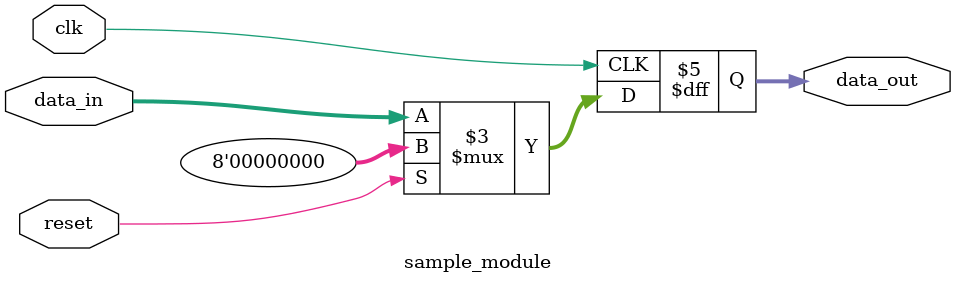
<source format=v>
module sample_module (
    input wire clk,
    input wire reset,
    input wire [7:0] data_in,
    output reg [7:0] data_out
);

    always @(posedge clk) begin
        if (reset) begin
            data_out <= 8'b0;
        end else begin
            data_out <= data_in;
        end
    end

endmodule

</source>
